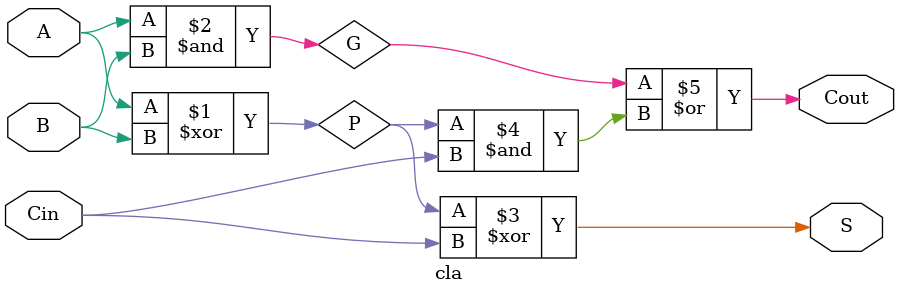
<source format=sv>
`timescale 1ns / 1ps


module cla(
    
    input logic A,
    input logic B,
    input logic Cin,
    output logic S,
    output logic Cout
);
    logic P; //propogate
    logic G; //generate
    
    //propogation and generation logic
    
    assign P = A^B;
    assign G = A&B;
    
    //sum and carry
    assign S = P^Cin;
    assign Cout = G | (P&Cin);

endmodule

</source>
